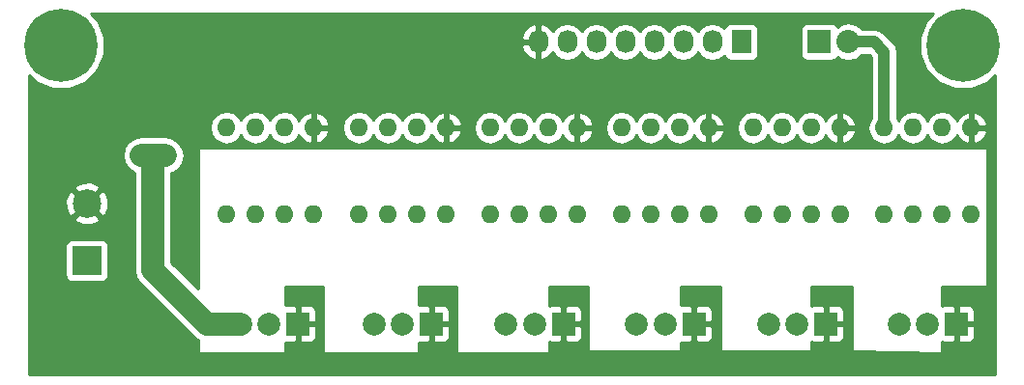
<source format=gbl>
G04 #@! TF.FileFunction,Copper,L2,Bot,Signal*
%FSLAX46Y46*%
G04 Gerber Fmt 4.6, Leading zero omitted, Abs format (unit mm)*
G04 Created by KiCad (PCBNEW 4.0.6+dfsg1-1) date Mon Feb 26 20:00:46 2018*
%MOMM*%
%LPD*%
G01*
G04 APERTURE LIST*
%ADD10C,0.100000*%
%ADD11R,2.000000X2.000000*%
%ADD12C,2.000000*%
%ADD13O,1.600000X1.600000*%
%ADD14R,1.727200X2.032000*%
%ADD15O,1.727200X2.032000*%
%ADD16R,2.032000X2.032000*%
%ADD17O,2.032000X2.032000*%
%ADD18R,2.500000X2.500000*%
%ADD19C,2.500000*%
%ADD20C,6.400000*%
%ADD21C,0.600000*%
%ADD22C,0.500000*%
%ADD23C,2.000000*%
%ADD24C,1.000000*%
%ADD25C,0.254000*%
G04 APERTURE END LIST*
D10*
D11*
X36001960Y5217160D03*
D12*
X33461960Y5217160D03*
X30961960Y5217160D03*
D11*
X58988960Y5217160D03*
D12*
X56448960Y5217160D03*
X53948960Y5217160D03*
D13*
X29651960Y14818360D03*
X32191960Y14818360D03*
X34731960Y14818360D03*
X37271960Y14818360D03*
X37271960Y22438360D03*
X34731960Y22438360D03*
X32191960Y22438360D03*
X29651960Y22438360D03*
X18044160Y14818360D03*
X20584160Y14818360D03*
X23124160Y14818360D03*
X25664160Y14818360D03*
X25664160Y22438360D03*
X23124160Y22438360D03*
X20584160Y22438360D03*
X18044160Y22438360D03*
D11*
X24317960Y5217160D03*
D12*
X21777960Y5217160D03*
X19277960Y5217160D03*
D14*
X63129160Y29956760D03*
D15*
X60589160Y29956760D03*
X58049160Y29956760D03*
X55509160Y29956760D03*
X52969160Y29956760D03*
X50429160Y29956760D03*
X47889160Y29956760D03*
X45349160Y29956760D03*
D11*
X81975960Y5217160D03*
D12*
X79435960Y5217160D03*
X76935960Y5217160D03*
D11*
X70545960Y5217160D03*
D12*
X68005960Y5217160D03*
X65505960Y5217160D03*
D11*
X47558960Y5217160D03*
D12*
X45018960Y5217160D03*
X42518960Y5217160D03*
D13*
X41151160Y14801760D03*
X43691160Y14801760D03*
X46231160Y14801760D03*
X48771160Y14801760D03*
X48771160Y22421760D03*
X46231160Y22421760D03*
X43691160Y22421760D03*
X41151160Y22421760D03*
X52651160Y14801760D03*
X55191160Y14801760D03*
X57731160Y14801760D03*
X60271160Y14801760D03*
X60271160Y22421760D03*
X57731160Y22421760D03*
X55191160Y22421760D03*
X52651160Y22421760D03*
X64151160Y14801760D03*
X66691160Y14801760D03*
X69231160Y14801760D03*
X71771160Y14801760D03*
X71771160Y22421760D03*
X69231160Y22421760D03*
X66691160Y22421760D03*
X64151160Y22421760D03*
X75651160Y14801760D03*
X78191160Y14801760D03*
X80731160Y14801760D03*
X83271160Y14801760D03*
X83271160Y22421760D03*
X80731160Y22421760D03*
X78191160Y22421760D03*
X75651160Y22421760D03*
D16*
X69973960Y29974160D03*
D17*
X72513960Y29974160D03*
D18*
X5826760Y10779760D03*
D19*
X5826760Y15779760D03*
D20*
X3566160Y29677360D03*
D21*
X5966160Y29677360D03*
X5263216Y27980304D03*
X3566160Y27277360D03*
X1869104Y27980304D03*
X1166160Y29677360D03*
X1869104Y31374416D03*
X3566160Y32077360D03*
X5263216Y31374416D03*
D20*
X82560160Y29651960D03*
D21*
X84960160Y29651960D03*
X84257216Y27954904D03*
X82560160Y27251960D03*
X80863104Y27954904D03*
X80160160Y29651960D03*
X80863104Y31349016D03*
X82560160Y32051960D03*
X84257216Y31349016D03*
X12735560Y19974560D03*
X10601960Y20025360D03*
X11617960Y19999960D03*
D22*
X25664160Y22793960D02*
X25664160Y22438360D01*
D23*
X10601960Y20025360D02*
X12684760Y20025360D01*
X12684760Y20025360D02*
X12735560Y19974560D01*
X11617960Y19999960D02*
X10627360Y19999960D01*
X10627360Y19999960D02*
X10601960Y20025360D01*
X19277960Y5217160D02*
X16342360Y5217160D01*
X11617960Y9941560D02*
X11617960Y19999960D01*
X16342360Y5217160D02*
X11617960Y9941560D01*
D24*
X75651160Y22421760D02*
X75651160Y29096960D01*
X74773960Y29974160D02*
X72513960Y29974160D01*
X75651160Y29096960D02*
X74773960Y29974160D01*
D25*
G36*
X79310901Y31827149D02*
X78725827Y30418135D01*
X78724496Y28892478D01*
X79307110Y27482445D01*
X80384971Y26402701D01*
X81793985Y25817627D01*
X83319642Y25816296D01*
X84729675Y26398910D01*
X85363960Y27032089D01*
X85363960Y784160D01*
X783960Y784160D01*
X783960Y12029760D01*
X3929320Y12029760D01*
X3929320Y9529760D01*
X3973598Y9294443D01*
X4112670Y9078319D01*
X4324870Y8933329D01*
X4576760Y8882320D01*
X7076760Y8882320D01*
X7312077Y8926598D01*
X7528201Y9065670D01*
X7673191Y9277870D01*
X7724200Y9529760D01*
X7724200Y12029760D01*
X7679922Y12265077D01*
X7540850Y12481201D01*
X7328650Y12626191D01*
X7076760Y12677200D01*
X4576760Y12677200D01*
X4341443Y12632922D01*
X4125319Y12493850D01*
X3980329Y12281650D01*
X3929320Y12029760D01*
X783960Y12029760D01*
X783960Y14446440D01*
X4673045Y14446440D01*
X4802293Y14153637D01*
X5502566Y13885372D01*
X6252195Y13905510D01*
X6851227Y14153637D01*
X6980475Y14446440D01*
X5826760Y15600155D01*
X4673045Y14446440D01*
X783960Y14446440D01*
X783960Y16103954D01*
X3932372Y16103954D01*
X3952510Y15354325D01*
X4200637Y14755293D01*
X4493440Y14626045D01*
X5647155Y15779760D01*
X6006365Y15779760D01*
X7160080Y14626045D01*
X7452883Y14755293D01*
X7721148Y15455566D01*
X7701010Y16205195D01*
X7452883Y16804227D01*
X7160080Y16933475D01*
X6006365Y15779760D01*
X5647155Y15779760D01*
X4493440Y16933475D01*
X4200637Y16804227D01*
X3932372Y16103954D01*
X783960Y16103954D01*
X783960Y17113080D01*
X4673045Y17113080D01*
X5826760Y15959365D01*
X6980475Y17113080D01*
X6851227Y17405883D01*
X6150954Y17674148D01*
X5401325Y17654010D01*
X4802293Y17405883D01*
X4673045Y17113080D01*
X783960Y17113080D01*
X783960Y20025360D01*
X8966959Y20025360D01*
X9091417Y19399672D01*
X9445840Y18869240D01*
X9471240Y18843840D01*
X9982960Y18501920D01*
X9982960Y9941565D01*
X9982959Y9941560D01*
X10107417Y9315872D01*
X10461840Y8785440D01*
X15186238Y4061043D01*
X15186240Y4061040D01*
X15531619Y3830266D01*
X15554960Y3814670D01*
X15554960Y2804160D01*
X15563645Y2758001D01*
X15590925Y2715607D01*
X15632550Y2687166D01*
X15681960Y2677160D01*
X23047960Y2677160D01*
X23094119Y2685845D01*
X23136513Y2713125D01*
X23164954Y2754750D01*
X23174960Y2804160D01*
X23174960Y3589074D01*
X23191651Y3582160D01*
X24032210Y3582160D01*
X24190960Y3740910D01*
X24190960Y5090160D01*
X24444960Y5090160D01*
X24444960Y3740910D01*
X24603710Y3582160D01*
X25444269Y3582160D01*
X25677658Y3678833D01*
X25856287Y3857461D01*
X25952960Y4090850D01*
X25952960Y4931410D01*
X25794210Y5090160D01*
X24444960Y5090160D01*
X24190960Y5090160D01*
X24170960Y5090160D01*
X24170960Y5344160D01*
X24190960Y5344160D01*
X24190960Y6693410D01*
X24444960Y6693410D01*
X24444960Y5344160D01*
X25794210Y5344160D01*
X25952960Y5502910D01*
X25952960Y6343470D01*
X25856287Y6576859D01*
X25677658Y6755487D01*
X25444269Y6852160D01*
X24603710Y6852160D01*
X24444960Y6693410D01*
X24190960Y6693410D01*
X24032210Y6852160D01*
X23191651Y6852160D01*
X23174960Y6845246D01*
X23174960Y8519160D01*
X26476960Y8519160D01*
X26476960Y2804160D01*
X26485645Y2758001D01*
X26512925Y2715607D01*
X26554550Y2687166D01*
X26603960Y2677160D01*
X34731960Y2677160D01*
X34778119Y2685845D01*
X34820513Y2713125D01*
X34848954Y2754750D01*
X34858960Y2804160D01*
X34858960Y3589074D01*
X34875651Y3582160D01*
X35716210Y3582160D01*
X35874960Y3740910D01*
X35874960Y5090160D01*
X36128960Y5090160D01*
X36128960Y3740910D01*
X36287710Y3582160D01*
X37128269Y3582160D01*
X37361658Y3678833D01*
X37540287Y3857461D01*
X37636960Y4090850D01*
X37636960Y4931410D01*
X37478210Y5090160D01*
X36128960Y5090160D01*
X35874960Y5090160D01*
X35854960Y5090160D01*
X35854960Y5344160D01*
X35874960Y5344160D01*
X35874960Y6693410D01*
X36128960Y6693410D01*
X36128960Y5344160D01*
X37478210Y5344160D01*
X37636960Y5502910D01*
X37636960Y6343470D01*
X37540287Y6576859D01*
X37361658Y6755487D01*
X37128269Y6852160D01*
X36287710Y6852160D01*
X36128960Y6693410D01*
X35874960Y6693410D01*
X35716210Y6852160D01*
X34875651Y6852160D01*
X34858960Y6845246D01*
X34858960Y8519160D01*
X38160960Y8519160D01*
X38160960Y2804160D01*
X38169645Y2758001D01*
X38196925Y2715607D01*
X38238550Y2687166D01*
X38287960Y2677160D01*
X46161960Y2677160D01*
X46208119Y2685845D01*
X46250513Y2713125D01*
X46278954Y2754750D01*
X46288960Y2804160D01*
X46288960Y3641679D01*
X46432651Y3582160D01*
X47273210Y3582160D01*
X47431960Y3740910D01*
X47431960Y5090160D01*
X47685960Y5090160D01*
X47685960Y3740910D01*
X47844710Y3582160D01*
X48685269Y3582160D01*
X48918658Y3678833D01*
X49097287Y3857461D01*
X49193960Y4090850D01*
X49193960Y4931410D01*
X49035210Y5090160D01*
X47685960Y5090160D01*
X47431960Y5090160D01*
X47411960Y5090160D01*
X47411960Y5344160D01*
X47431960Y5344160D01*
X47431960Y6693410D01*
X47685960Y6693410D01*
X47685960Y5344160D01*
X49035210Y5344160D01*
X49193960Y5502910D01*
X49193960Y6343470D01*
X49097287Y6576859D01*
X48918658Y6755487D01*
X48685269Y6852160D01*
X47844710Y6852160D01*
X47685960Y6693410D01*
X47431960Y6693410D01*
X47273210Y6852160D01*
X46432651Y6852160D01*
X46288960Y6792641D01*
X46288960Y8519160D01*
X49717960Y8519160D01*
X49717960Y2931160D01*
X49726645Y2885001D01*
X49753925Y2842607D01*
X49795550Y2814166D01*
X49844960Y2804160D01*
X57718960Y2804160D01*
X57765119Y2812845D01*
X57807513Y2840125D01*
X57835954Y2881750D01*
X57845960Y2931160D01*
X57845960Y3589074D01*
X57862651Y3582160D01*
X58703210Y3582160D01*
X58861960Y3740910D01*
X58861960Y5090160D01*
X59115960Y5090160D01*
X59115960Y3740910D01*
X59274710Y3582160D01*
X60115269Y3582160D01*
X60348658Y3678833D01*
X60527287Y3857461D01*
X60623960Y4090850D01*
X60623960Y4931410D01*
X60465210Y5090160D01*
X59115960Y5090160D01*
X58861960Y5090160D01*
X58841960Y5090160D01*
X58841960Y5344160D01*
X58861960Y5344160D01*
X58861960Y6693410D01*
X59115960Y6693410D01*
X59115960Y5344160D01*
X60465210Y5344160D01*
X60623960Y5502910D01*
X60623960Y6343470D01*
X60527287Y6576859D01*
X60348658Y6755487D01*
X60115269Y6852160D01*
X59274710Y6852160D01*
X59115960Y6693410D01*
X58861960Y6693410D01*
X58703210Y6852160D01*
X57862651Y6852160D01*
X57845960Y6845246D01*
X57845960Y8519160D01*
X61274960Y8519160D01*
X61274960Y2931160D01*
X61283645Y2885001D01*
X61310925Y2842607D01*
X61352550Y2814166D01*
X61401960Y2804160D01*
X69148960Y2804160D01*
X69195119Y2812845D01*
X69237513Y2840125D01*
X69265954Y2881750D01*
X69275960Y2931160D01*
X69275960Y3641679D01*
X69419651Y3582160D01*
X70260210Y3582160D01*
X70418960Y3740910D01*
X70418960Y5090160D01*
X70672960Y5090160D01*
X70672960Y3740910D01*
X70831710Y3582160D01*
X71672269Y3582160D01*
X71905658Y3678833D01*
X72084287Y3857461D01*
X72180960Y4090850D01*
X72180960Y4931410D01*
X72022210Y5090160D01*
X70672960Y5090160D01*
X70418960Y5090160D01*
X70398960Y5090160D01*
X70398960Y5344160D01*
X70418960Y5344160D01*
X70418960Y6693410D01*
X70672960Y6693410D01*
X70672960Y5344160D01*
X72022210Y5344160D01*
X72180960Y5502910D01*
X72180960Y6343470D01*
X72084287Y6576859D01*
X71905658Y6755487D01*
X71672269Y6852160D01*
X70831710Y6852160D01*
X70672960Y6693410D01*
X70418960Y6693410D01*
X70260210Y6852160D01*
X69419651Y6852160D01*
X69275960Y6792641D01*
X69275960Y8519160D01*
X72831960Y8519160D01*
X72831960Y2931160D01*
X72839893Y2886979D01*
X72866462Y2844136D01*
X72907607Y2815005D01*
X72956844Y2804178D01*
X80576844Y2677178D01*
X80625119Y2685845D01*
X80667513Y2713125D01*
X80695954Y2754750D01*
X80705960Y2804160D01*
X80705960Y3641679D01*
X80849651Y3582160D01*
X81690210Y3582160D01*
X81848960Y3740910D01*
X81848960Y5090160D01*
X82102960Y5090160D01*
X82102960Y3740910D01*
X82261710Y3582160D01*
X83102269Y3582160D01*
X83335658Y3678833D01*
X83514287Y3857461D01*
X83610960Y4090850D01*
X83610960Y4931410D01*
X83452210Y5090160D01*
X82102960Y5090160D01*
X81848960Y5090160D01*
X81828960Y5090160D01*
X81828960Y5344160D01*
X81848960Y5344160D01*
X81848960Y6693410D01*
X82102960Y6693410D01*
X82102960Y5344160D01*
X83452210Y5344160D01*
X83610960Y5502910D01*
X83610960Y6343470D01*
X83514287Y6576859D01*
X83335658Y6755487D01*
X83102269Y6852160D01*
X82261710Y6852160D01*
X82102960Y6693410D01*
X81848960Y6693410D01*
X81690210Y6852160D01*
X80849651Y6852160D01*
X80705960Y6792641D01*
X80705960Y8519160D01*
X84515960Y8519160D01*
X84562119Y8527845D01*
X84604513Y8555125D01*
X84632954Y8596750D01*
X84642960Y8646160D01*
X84642960Y14455919D01*
X84706160Y14773647D01*
X84706160Y14829873D01*
X84642960Y15147601D01*
X84642960Y20584160D01*
X84634275Y20630319D01*
X84606995Y20672713D01*
X84565370Y20701154D01*
X84515960Y20711160D01*
X15681960Y20711160D01*
X15635801Y20702475D01*
X15593407Y20675195D01*
X15564966Y20633570D01*
X15554960Y20584160D01*
X15554960Y8316799D01*
X13252960Y10618800D01*
X13252960Y18442477D01*
X13361248Y18464017D01*
X13891680Y18818440D01*
X14246103Y19348872D01*
X14370561Y19974560D01*
X14246103Y20600248D01*
X13891680Y21130680D01*
X13840880Y21181480D01*
X13310448Y21535903D01*
X12684760Y21660361D01*
X12684755Y21660360D01*
X10601965Y21660360D01*
X10601960Y21660361D01*
X9976272Y21535903D01*
X9445840Y21181480D01*
X9091417Y20651048D01*
X8966959Y20025360D01*
X783960Y20025360D01*
X783960Y22466473D01*
X16609160Y22466473D01*
X16609160Y22410247D01*
X16718393Y21861096D01*
X17029462Y21395549D01*
X17495009Y21084480D01*
X18044160Y20975247D01*
X18593311Y21084480D01*
X19058858Y21395549D01*
X19314160Y21777635D01*
X19569462Y21395549D01*
X20035009Y21084480D01*
X20584160Y20975247D01*
X21133311Y21084480D01*
X21598858Y21395549D01*
X21854160Y21777635D01*
X22109462Y21395549D01*
X22575009Y21084480D01*
X23124160Y20975247D01*
X23673311Y21084480D01*
X24138858Y21395549D01*
X24409146Y21800063D01*
X24511771Y21583226D01*
X24926737Y21207319D01*
X25315121Y21046456D01*
X25537160Y21168445D01*
X25537160Y22311360D01*
X25791160Y22311360D01*
X25791160Y21168445D01*
X26013199Y21046456D01*
X26401583Y21207319D01*
X26816549Y21583226D01*
X27056074Y22089319D01*
X26934789Y22311360D01*
X25791160Y22311360D01*
X25537160Y22311360D01*
X25517160Y22311360D01*
X25517160Y22466473D01*
X28216960Y22466473D01*
X28216960Y22410247D01*
X28326193Y21861096D01*
X28637262Y21395549D01*
X29102809Y21084480D01*
X29651960Y20975247D01*
X30201111Y21084480D01*
X30666658Y21395549D01*
X30921960Y21777635D01*
X31177262Y21395549D01*
X31642809Y21084480D01*
X32191960Y20975247D01*
X32741111Y21084480D01*
X33206658Y21395549D01*
X33461960Y21777635D01*
X33717262Y21395549D01*
X34182809Y21084480D01*
X34731960Y20975247D01*
X35281111Y21084480D01*
X35746658Y21395549D01*
X36016946Y21800063D01*
X36119571Y21583226D01*
X36534537Y21207319D01*
X36922921Y21046456D01*
X37144960Y21168445D01*
X37144960Y22311360D01*
X37398960Y22311360D01*
X37398960Y21168445D01*
X37620999Y21046456D01*
X38009383Y21207319D01*
X38424349Y21583226D01*
X38663874Y22089319D01*
X38542589Y22311360D01*
X37398960Y22311360D01*
X37144960Y22311360D01*
X37124960Y22311360D01*
X37124960Y22449873D01*
X39716160Y22449873D01*
X39716160Y22393647D01*
X39825393Y21844496D01*
X40136462Y21378949D01*
X40602009Y21067880D01*
X41151160Y20958647D01*
X41700311Y21067880D01*
X42165858Y21378949D01*
X42421160Y21761035D01*
X42676462Y21378949D01*
X43142009Y21067880D01*
X43691160Y20958647D01*
X44240311Y21067880D01*
X44705858Y21378949D01*
X44961160Y21761035D01*
X45216462Y21378949D01*
X45682009Y21067880D01*
X46231160Y20958647D01*
X46780311Y21067880D01*
X47245858Y21378949D01*
X47516146Y21783463D01*
X47618771Y21566626D01*
X48033737Y21190719D01*
X48422121Y21029856D01*
X48644160Y21151845D01*
X48644160Y22294760D01*
X48898160Y22294760D01*
X48898160Y21151845D01*
X49120199Y21029856D01*
X49508583Y21190719D01*
X49923549Y21566626D01*
X50163074Y22072719D01*
X50041789Y22294760D01*
X48898160Y22294760D01*
X48644160Y22294760D01*
X48624160Y22294760D01*
X48624160Y22449873D01*
X51216160Y22449873D01*
X51216160Y22393647D01*
X51325393Y21844496D01*
X51636462Y21378949D01*
X52102009Y21067880D01*
X52651160Y20958647D01*
X53200311Y21067880D01*
X53665858Y21378949D01*
X53921160Y21761035D01*
X54176462Y21378949D01*
X54642009Y21067880D01*
X55191160Y20958647D01*
X55740311Y21067880D01*
X56205858Y21378949D01*
X56461160Y21761035D01*
X56716462Y21378949D01*
X57182009Y21067880D01*
X57731160Y20958647D01*
X58280311Y21067880D01*
X58745858Y21378949D01*
X59016146Y21783463D01*
X59118771Y21566626D01*
X59533737Y21190719D01*
X59922121Y21029856D01*
X60144160Y21151845D01*
X60144160Y22294760D01*
X60398160Y22294760D01*
X60398160Y21151845D01*
X60620199Y21029856D01*
X61008583Y21190719D01*
X61423549Y21566626D01*
X61663074Y22072719D01*
X61541789Y22294760D01*
X60398160Y22294760D01*
X60144160Y22294760D01*
X60124160Y22294760D01*
X60124160Y22449873D01*
X62716160Y22449873D01*
X62716160Y22393647D01*
X62825393Y21844496D01*
X63136462Y21378949D01*
X63602009Y21067880D01*
X64151160Y20958647D01*
X64700311Y21067880D01*
X65165858Y21378949D01*
X65421160Y21761035D01*
X65676462Y21378949D01*
X66142009Y21067880D01*
X66691160Y20958647D01*
X67240311Y21067880D01*
X67705858Y21378949D01*
X67961160Y21761035D01*
X68216462Y21378949D01*
X68682009Y21067880D01*
X69231160Y20958647D01*
X69780311Y21067880D01*
X70245858Y21378949D01*
X70516146Y21783463D01*
X70618771Y21566626D01*
X71033737Y21190719D01*
X71422121Y21029856D01*
X71644160Y21151845D01*
X71644160Y22294760D01*
X71898160Y22294760D01*
X71898160Y21151845D01*
X72120199Y21029856D01*
X72508583Y21190719D01*
X72923549Y21566626D01*
X73163074Y22072719D01*
X73041789Y22294760D01*
X71898160Y22294760D01*
X71644160Y22294760D01*
X71624160Y22294760D01*
X71624160Y22548760D01*
X71644160Y22548760D01*
X71644160Y23691675D01*
X71898160Y23691675D01*
X71898160Y22548760D01*
X73041789Y22548760D01*
X73163074Y22770801D01*
X72923549Y23276894D01*
X72508583Y23652801D01*
X72120199Y23813664D01*
X71898160Y23691675D01*
X71644160Y23691675D01*
X71422121Y23813664D01*
X71033737Y23652801D01*
X70618771Y23276894D01*
X70516146Y23060057D01*
X70245858Y23464571D01*
X69780311Y23775640D01*
X69231160Y23884873D01*
X68682009Y23775640D01*
X68216462Y23464571D01*
X67961160Y23082485D01*
X67705858Y23464571D01*
X67240311Y23775640D01*
X66691160Y23884873D01*
X66142009Y23775640D01*
X65676462Y23464571D01*
X65421160Y23082485D01*
X65165858Y23464571D01*
X64700311Y23775640D01*
X64151160Y23884873D01*
X63602009Y23775640D01*
X63136462Y23464571D01*
X62825393Y22999024D01*
X62716160Y22449873D01*
X60124160Y22449873D01*
X60124160Y22548760D01*
X60144160Y22548760D01*
X60144160Y23691675D01*
X60398160Y23691675D01*
X60398160Y22548760D01*
X61541789Y22548760D01*
X61663074Y22770801D01*
X61423549Y23276894D01*
X61008583Y23652801D01*
X60620199Y23813664D01*
X60398160Y23691675D01*
X60144160Y23691675D01*
X59922121Y23813664D01*
X59533737Y23652801D01*
X59118771Y23276894D01*
X59016146Y23060057D01*
X58745858Y23464571D01*
X58280311Y23775640D01*
X57731160Y23884873D01*
X57182009Y23775640D01*
X56716462Y23464571D01*
X56461160Y23082485D01*
X56205858Y23464571D01*
X55740311Y23775640D01*
X55191160Y23884873D01*
X54642009Y23775640D01*
X54176462Y23464571D01*
X53921160Y23082485D01*
X53665858Y23464571D01*
X53200311Y23775640D01*
X52651160Y23884873D01*
X52102009Y23775640D01*
X51636462Y23464571D01*
X51325393Y22999024D01*
X51216160Y22449873D01*
X48624160Y22449873D01*
X48624160Y22548760D01*
X48644160Y22548760D01*
X48644160Y23691675D01*
X48898160Y23691675D01*
X48898160Y22548760D01*
X50041789Y22548760D01*
X50163074Y22770801D01*
X49923549Y23276894D01*
X49508583Y23652801D01*
X49120199Y23813664D01*
X48898160Y23691675D01*
X48644160Y23691675D01*
X48422121Y23813664D01*
X48033737Y23652801D01*
X47618771Y23276894D01*
X47516146Y23060057D01*
X47245858Y23464571D01*
X46780311Y23775640D01*
X46231160Y23884873D01*
X45682009Y23775640D01*
X45216462Y23464571D01*
X44961160Y23082485D01*
X44705858Y23464571D01*
X44240311Y23775640D01*
X43691160Y23884873D01*
X43142009Y23775640D01*
X42676462Y23464571D01*
X42421160Y23082485D01*
X42165858Y23464571D01*
X41700311Y23775640D01*
X41151160Y23884873D01*
X40602009Y23775640D01*
X40136462Y23464571D01*
X39825393Y22999024D01*
X39716160Y22449873D01*
X37124960Y22449873D01*
X37124960Y22565360D01*
X37144960Y22565360D01*
X37144960Y23708275D01*
X37398960Y23708275D01*
X37398960Y22565360D01*
X38542589Y22565360D01*
X38663874Y22787401D01*
X38424349Y23293494D01*
X38009383Y23669401D01*
X37620999Y23830264D01*
X37398960Y23708275D01*
X37144960Y23708275D01*
X36922921Y23830264D01*
X36534537Y23669401D01*
X36119571Y23293494D01*
X36016946Y23076657D01*
X35746658Y23481171D01*
X35281111Y23792240D01*
X34731960Y23901473D01*
X34182809Y23792240D01*
X33717262Y23481171D01*
X33461960Y23099085D01*
X33206658Y23481171D01*
X32741111Y23792240D01*
X32191960Y23901473D01*
X31642809Y23792240D01*
X31177262Y23481171D01*
X30921960Y23099085D01*
X30666658Y23481171D01*
X30201111Y23792240D01*
X29651960Y23901473D01*
X29102809Y23792240D01*
X28637262Y23481171D01*
X28326193Y23015624D01*
X28216960Y22466473D01*
X25517160Y22466473D01*
X25517160Y22565360D01*
X25537160Y22565360D01*
X25537160Y23708275D01*
X25791160Y23708275D01*
X25791160Y22565360D01*
X26934789Y22565360D01*
X27056074Y22787401D01*
X26816549Y23293494D01*
X26401583Y23669401D01*
X26013199Y23830264D01*
X25791160Y23708275D01*
X25537160Y23708275D01*
X25315121Y23830264D01*
X24926737Y23669401D01*
X24511771Y23293494D01*
X24409146Y23076657D01*
X24138858Y23481171D01*
X23673311Y23792240D01*
X23124160Y23901473D01*
X22575009Y23792240D01*
X22109462Y23481171D01*
X21854160Y23099085D01*
X21598858Y23481171D01*
X21133311Y23792240D01*
X20584160Y23901473D01*
X20035009Y23792240D01*
X19569462Y23481171D01*
X19314160Y23099085D01*
X19058858Y23481171D01*
X18593311Y23792240D01*
X18044160Y23901473D01*
X17495009Y23792240D01*
X17029462Y23481171D01*
X16718393Y23015624D01*
X16609160Y22466473D01*
X783960Y22466473D01*
X783960Y27036172D01*
X1390971Y26428101D01*
X2799985Y25843027D01*
X4325642Y25841696D01*
X5735675Y26424310D01*
X6815419Y27502171D01*
X7400493Y28911185D01*
X7401089Y29594847D01*
X43863976Y29594847D01*
X44057206Y29042440D01*
X44447124Y28606028D01*
X44974369Y28352051D01*
X44990134Y28349402D01*
X45222160Y28470543D01*
X45222160Y29829760D01*
X44008236Y29829760D01*
X43863976Y29594847D01*
X7401089Y29594847D01*
X7401720Y30318673D01*
X43863976Y30318673D01*
X44008236Y30083760D01*
X45222160Y30083760D01*
X45222160Y31442977D01*
X45476160Y31442977D01*
X45476160Y30083760D01*
X45496160Y30083760D01*
X45496160Y29829760D01*
X45476160Y29829760D01*
X45476160Y28470543D01*
X45708186Y28349402D01*
X45723951Y28352051D01*
X46251196Y28606028D01*
X46622699Y29021829D01*
X46829490Y28712345D01*
X47315671Y28387489D01*
X47889160Y28273415D01*
X48462649Y28387489D01*
X48948830Y28712345D01*
X49159160Y29027126D01*
X49369490Y28712345D01*
X49855671Y28387489D01*
X50429160Y28273415D01*
X51002649Y28387489D01*
X51488830Y28712345D01*
X51699160Y29027126D01*
X51909490Y28712345D01*
X52395671Y28387489D01*
X52969160Y28273415D01*
X53542649Y28387489D01*
X54028830Y28712345D01*
X54239160Y29027126D01*
X54449490Y28712345D01*
X54935671Y28387489D01*
X55509160Y28273415D01*
X56082649Y28387489D01*
X56568830Y28712345D01*
X56779160Y29027126D01*
X56989490Y28712345D01*
X57475671Y28387489D01*
X58049160Y28273415D01*
X58622649Y28387489D01*
X59108830Y28712345D01*
X59319160Y29027126D01*
X59529490Y28712345D01*
X60015671Y28387489D01*
X60589160Y28273415D01*
X61162649Y28387489D01*
X61648830Y28712345D01*
X61658403Y28726673D01*
X61662398Y28705443D01*
X61801470Y28489319D01*
X62013670Y28344329D01*
X62265560Y28293320D01*
X63992760Y28293320D01*
X64228077Y28337598D01*
X64444201Y28476670D01*
X64589191Y28688870D01*
X64640200Y28940760D01*
X64640200Y30972760D01*
X64636926Y30990160D01*
X68310520Y30990160D01*
X68310520Y28958160D01*
X68354798Y28722843D01*
X68493870Y28506719D01*
X68706070Y28361729D01*
X68957960Y28310720D01*
X70989960Y28310720D01*
X71225277Y28354998D01*
X71441401Y28494070D01*
X71543158Y28642997D01*
X71882150Y28416490D01*
X72513960Y28290815D01*
X73145770Y28416490D01*
X73681393Y28774382D01*
X73724676Y28839160D01*
X74303828Y28839160D01*
X74516160Y28626828D01*
X74516160Y23284527D01*
X74325393Y22999024D01*
X74216160Y22449873D01*
X74216160Y22393647D01*
X74325393Y21844496D01*
X74636462Y21378949D01*
X75102009Y21067880D01*
X75651160Y20958647D01*
X76200311Y21067880D01*
X76665858Y21378949D01*
X76921160Y21761035D01*
X77176462Y21378949D01*
X77642009Y21067880D01*
X78191160Y20958647D01*
X78740311Y21067880D01*
X79205858Y21378949D01*
X79461160Y21761035D01*
X79716462Y21378949D01*
X80182009Y21067880D01*
X80731160Y20958647D01*
X81280311Y21067880D01*
X81745858Y21378949D01*
X82016146Y21783463D01*
X82118771Y21566626D01*
X82533737Y21190719D01*
X82922121Y21029856D01*
X83144160Y21151845D01*
X83144160Y22294760D01*
X83398160Y22294760D01*
X83398160Y21151845D01*
X83620199Y21029856D01*
X84008583Y21190719D01*
X84423549Y21566626D01*
X84663074Y22072719D01*
X84541789Y22294760D01*
X83398160Y22294760D01*
X83144160Y22294760D01*
X83124160Y22294760D01*
X83124160Y22548760D01*
X83144160Y22548760D01*
X83144160Y23691675D01*
X83398160Y23691675D01*
X83398160Y22548760D01*
X84541789Y22548760D01*
X84663074Y22770801D01*
X84423549Y23276894D01*
X84008583Y23652801D01*
X83620199Y23813664D01*
X83398160Y23691675D01*
X83144160Y23691675D01*
X82922121Y23813664D01*
X82533737Y23652801D01*
X82118771Y23276894D01*
X82016146Y23060057D01*
X81745858Y23464571D01*
X81280311Y23775640D01*
X80731160Y23884873D01*
X80182009Y23775640D01*
X79716462Y23464571D01*
X79461160Y23082485D01*
X79205858Y23464571D01*
X78740311Y23775640D01*
X78191160Y23884873D01*
X77642009Y23775640D01*
X77176462Y23464571D01*
X76921160Y23082485D01*
X76786160Y23284527D01*
X76786160Y29096960D01*
X76699763Y29531306D01*
X76453726Y29899526D01*
X75576526Y30776726D01*
X75435315Y30871080D01*
X75208306Y31022763D01*
X74773960Y31109160D01*
X73724676Y31109160D01*
X73681393Y31173938D01*
X73145770Y31531830D01*
X72513960Y31657505D01*
X71882150Y31531830D01*
X71542168Y31304661D01*
X71454050Y31441601D01*
X71241850Y31586591D01*
X70989960Y31637600D01*
X68957960Y31637600D01*
X68722643Y31593322D01*
X68506519Y31454250D01*
X68361529Y31242050D01*
X68310520Y30990160D01*
X64636926Y30990160D01*
X64595922Y31208077D01*
X64456850Y31424201D01*
X64244650Y31569191D01*
X63992760Y31620200D01*
X62265560Y31620200D01*
X62030243Y31575922D01*
X61814119Y31436850D01*
X61669129Y31224650D01*
X61660760Y31183321D01*
X61648830Y31201175D01*
X61162649Y31526031D01*
X60589160Y31640105D01*
X60015671Y31526031D01*
X59529490Y31201175D01*
X59319160Y30886394D01*
X59108830Y31201175D01*
X58622649Y31526031D01*
X58049160Y31640105D01*
X57475671Y31526031D01*
X56989490Y31201175D01*
X56779160Y30886394D01*
X56568830Y31201175D01*
X56082649Y31526031D01*
X55509160Y31640105D01*
X54935671Y31526031D01*
X54449490Y31201175D01*
X54239160Y30886394D01*
X54028830Y31201175D01*
X53542649Y31526031D01*
X52969160Y31640105D01*
X52395671Y31526031D01*
X51909490Y31201175D01*
X51699160Y30886394D01*
X51488830Y31201175D01*
X51002649Y31526031D01*
X50429160Y31640105D01*
X49855671Y31526031D01*
X49369490Y31201175D01*
X49159160Y30886394D01*
X48948830Y31201175D01*
X48462649Y31526031D01*
X47889160Y31640105D01*
X47315671Y31526031D01*
X46829490Y31201175D01*
X46622699Y30891691D01*
X46251196Y31307492D01*
X45723951Y31561469D01*
X45708186Y31564118D01*
X45476160Y31442977D01*
X45222160Y31442977D01*
X44990134Y31564118D01*
X44974369Y31561469D01*
X44447124Y31307492D01*
X44057206Y30871080D01*
X43863976Y30318673D01*
X7401720Y30318673D01*
X7401824Y30436842D01*
X6819210Y31846875D01*
X6203002Y32464160D01*
X79949025Y32464160D01*
X79310901Y31827149D01*
X79310901Y31827149D01*
G37*
X79310901Y31827149D02*
X78725827Y30418135D01*
X78724496Y28892478D01*
X79307110Y27482445D01*
X80384971Y26402701D01*
X81793985Y25817627D01*
X83319642Y25816296D01*
X84729675Y26398910D01*
X85363960Y27032089D01*
X85363960Y784160D01*
X783960Y784160D01*
X783960Y12029760D01*
X3929320Y12029760D01*
X3929320Y9529760D01*
X3973598Y9294443D01*
X4112670Y9078319D01*
X4324870Y8933329D01*
X4576760Y8882320D01*
X7076760Y8882320D01*
X7312077Y8926598D01*
X7528201Y9065670D01*
X7673191Y9277870D01*
X7724200Y9529760D01*
X7724200Y12029760D01*
X7679922Y12265077D01*
X7540850Y12481201D01*
X7328650Y12626191D01*
X7076760Y12677200D01*
X4576760Y12677200D01*
X4341443Y12632922D01*
X4125319Y12493850D01*
X3980329Y12281650D01*
X3929320Y12029760D01*
X783960Y12029760D01*
X783960Y14446440D01*
X4673045Y14446440D01*
X4802293Y14153637D01*
X5502566Y13885372D01*
X6252195Y13905510D01*
X6851227Y14153637D01*
X6980475Y14446440D01*
X5826760Y15600155D01*
X4673045Y14446440D01*
X783960Y14446440D01*
X783960Y16103954D01*
X3932372Y16103954D01*
X3952510Y15354325D01*
X4200637Y14755293D01*
X4493440Y14626045D01*
X5647155Y15779760D01*
X6006365Y15779760D01*
X7160080Y14626045D01*
X7452883Y14755293D01*
X7721148Y15455566D01*
X7701010Y16205195D01*
X7452883Y16804227D01*
X7160080Y16933475D01*
X6006365Y15779760D01*
X5647155Y15779760D01*
X4493440Y16933475D01*
X4200637Y16804227D01*
X3932372Y16103954D01*
X783960Y16103954D01*
X783960Y17113080D01*
X4673045Y17113080D01*
X5826760Y15959365D01*
X6980475Y17113080D01*
X6851227Y17405883D01*
X6150954Y17674148D01*
X5401325Y17654010D01*
X4802293Y17405883D01*
X4673045Y17113080D01*
X783960Y17113080D01*
X783960Y20025360D01*
X8966959Y20025360D01*
X9091417Y19399672D01*
X9445840Y18869240D01*
X9471240Y18843840D01*
X9982960Y18501920D01*
X9982960Y9941565D01*
X9982959Y9941560D01*
X10107417Y9315872D01*
X10461840Y8785440D01*
X15186238Y4061043D01*
X15186240Y4061040D01*
X15531619Y3830266D01*
X15554960Y3814670D01*
X15554960Y2804160D01*
X15563645Y2758001D01*
X15590925Y2715607D01*
X15632550Y2687166D01*
X15681960Y2677160D01*
X23047960Y2677160D01*
X23094119Y2685845D01*
X23136513Y2713125D01*
X23164954Y2754750D01*
X23174960Y2804160D01*
X23174960Y3589074D01*
X23191651Y3582160D01*
X24032210Y3582160D01*
X24190960Y3740910D01*
X24190960Y5090160D01*
X24444960Y5090160D01*
X24444960Y3740910D01*
X24603710Y3582160D01*
X25444269Y3582160D01*
X25677658Y3678833D01*
X25856287Y3857461D01*
X25952960Y4090850D01*
X25952960Y4931410D01*
X25794210Y5090160D01*
X24444960Y5090160D01*
X24190960Y5090160D01*
X24170960Y5090160D01*
X24170960Y5344160D01*
X24190960Y5344160D01*
X24190960Y6693410D01*
X24444960Y6693410D01*
X24444960Y5344160D01*
X25794210Y5344160D01*
X25952960Y5502910D01*
X25952960Y6343470D01*
X25856287Y6576859D01*
X25677658Y6755487D01*
X25444269Y6852160D01*
X24603710Y6852160D01*
X24444960Y6693410D01*
X24190960Y6693410D01*
X24032210Y6852160D01*
X23191651Y6852160D01*
X23174960Y6845246D01*
X23174960Y8519160D01*
X26476960Y8519160D01*
X26476960Y2804160D01*
X26485645Y2758001D01*
X26512925Y2715607D01*
X26554550Y2687166D01*
X26603960Y2677160D01*
X34731960Y2677160D01*
X34778119Y2685845D01*
X34820513Y2713125D01*
X34848954Y2754750D01*
X34858960Y2804160D01*
X34858960Y3589074D01*
X34875651Y3582160D01*
X35716210Y3582160D01*
X35874960Y3740910D01*
X35874960Y5090160D01*
X36128960Y5090160D01*
X36128960Y3740910D01*
X36287710Y3582160D01*
X37128269Y3582160D01*
X37361658Y3678833D01*
X37540287Y3857461D01*
X37636960Y4090850D01*
X37636960Y4931410D01*
X37478210Y5090160D01*
X36128960Y5090160D01*
X35874960Y5090160D01*
X35854960Y5090160D01*
X35854960Y5344160D01*
X35874960Y5344160D01*
X35874960Y6693410D01*
X36128960Y6693410D01*
X36128960Y5344160D01*
X37478210Y5344160D01*
X37636960Y5502910D01*
X37636960Y6343470D01*
X37540287Y6576859D01*
X37361658Y6755487D01*
X37128269Y6852160D01*
X36287710Y6852160D01*
X36128960Y6693410D01*
X35874960Y6693410D01*
X35716210Y6852160D01*
X34875651Y6852160D01*
X34858960Y6845246D01*
X34858960Y8519160D01*
X38160960Y8519160D01*
X38160960Y2804160D01*
X38169645Y2758001D01*
X38196925Y2715607D01*
X38238550Y2687166D01*
X38287960Y2677160D01*
X46161960Y2677160D01*
X46208119Y2685845D01*
X46250513Y2713125D01*
X46278954Y2754750D01*
X46288960Y2804160D01*
X46288960Y3641679D01*
X46432651Y3582160D01*
X47273210Y3582160D01*
X47431960Y3740910D01*
X47431960Y5090160D01*
X47685960Y5090160D01*
X47685960Y3740910D01*
X47844710Y3582160D01*
X48685269Y3582160D01*
X48918658Y3678833D01*
X49097287Y3857461D01*
X49193960Y4090850D01*
X49193960Y4931410D01*
X49035210Y5090160D01*
X47685960Y5090160D01*
X47431960Y5090160D01*
X47411960Y5090160D01*
X47411960Y5344160D01*
X47431960Y5344160D01*
X47431960Y6693410D01*
X47685960Y6693410D01*
X47685960Y5344160D01*
X49035210Y5344160D01*
X49193960Y5502910D01*
X49193960Y6343470D01*
X49097287Y6576859D01*
X48918658Y6755487D01*
X48685269Y6852160D01*
X47844710Y6852160D01*
X47685960Y6693410D01*
X47431960Y6693410D01*
X47273210Y6852160D01*
X46432651Y6852160D01*
X46288960Y6792641D01*
X46288960Y8519160D01*
X49717960Y8519160D01*
X49717960Y2931160D01*
X49726645Y2885001D01*
X49753925Y2842607D01*
X49795550Y2814166D01*
X49844960Y2804160D01*
X57718960Y2804160D01*
X57765119Y2812845D01*
X57807513Y2840125D01*
X57835954Y2881750D01*
X57845960Y2931160D01*
X57845960Y3589074D01*
X57862651Y3582160D01*
X58703210Y3582160D01*
X58861960Y3740910D01*
X58861960Y5090160D01*
X59115960Y5090160D01*
X59115960Y3740910D01*
X59274710Y3582160D01*
X60115269Y3582160D01*
X60348658Y3678833D01*
X60527287Y3857461D01*
X60623960Y4090850D01*
X60623960Y4931410D01*
X60465210Y5090160D01*
X59115960Y5090160D01*
X58861960Y5090160D01*
X58841960Y5090160D01*
X58841960Y5344160D01*
X58861960Y5344160D01*
X58861960Y6693410D01*
X59115960Y6693410D01*
X59115960Y5344160D01*
X60465210Y5344160D01*
X60623960Y5502910D01*
X60623960Y6343470D01*
X60527287Y6576859D01*
X60348658Y6755487D01*
X60115269Y6852160D01*
X59274710Y6852160D01*
X59115960Y6693410D01*
X58861960Y6693410D01*
X58703210Y6852160D01*
X57862651Y6852160D01*
X57845960Y6845246D01*
X57845960Y8519160D01*
X61274960Y8519160D01*
X61274960Y2931160D01*
X61283645Y2885001D01*
X61310925Y2842607D01*
X61352550Y2814166D01*
X61401960Y2804160D01*
X69148960Y2804160D01*
X69195119Y2812845D01*
X69237513Y2840125D01*
X69265954Y2881750D01*
X69275960Y2931160D01*
X69275960Y3641679D01*
X69419651Y3582160D01*
X70260210Y3582160D01*
X70418960Y3740910D01*
X70418960Y5090160D01*
X70672960Y5090160D01*
X70672960Y3740910D01*
X70831710Y3582160D01*
X71672269Y3582160D01*
X71905658Y3678833D01*
X72084287Y3857461D01*
X72180960Y4090850D01*
X72180960Y4931410D01*
X72022210Y5090160D01*
X70672960Y5090160D01*
X70418960Y5090160D01*
X70398960Y5090160D01*
X70398960Y5344160D01*
X70418960Y5344160D01*
X70418960Y6693410D01*
X70672960Y6693410D01*
X70672960Y5344160D01*
X72022210Y5344160D01*
X72180960Y5502910D01*
X72180960Y6343470D01*
X72084287Y6576859D01*
X71905658Y6755487D01*
X71672269Y6852160D01*
X70831710Y6852160D01*
X70672960Y6693410D01*
X70418960Y6693410D01*
X70260210Y6852160D01*
X69419651Y6852160D01*
X69275960Y6792641D01*
X69275960Y8519160D01*
X72831960Y8519160D01*
X72831960Y2931160D01*
X72839893Y2886979D01*
X72866462Y2844136D01*
X72907607Y2815005D01*
X72956844Y2804178D01*
X80576844Y2677178D01*
X80625119Y2685845D01*
X80667513Y2713125D01*
X80695954Y2754750D01*
X80705960Y2804160D01*
X80705960Y3641679D01*
X80849651Y3582160D01*
X81690210Y3582160D01*
X81848960Y3740910D01*
X81848960Y5090160D01*
X82102960Y5090160D01*
X82102960Y3740910D01*
X82261710Y3582160D01*
X83102269Y3582160D01*
X83335658Y3678833D01*
X83514287Y3857461D01*
X83610960Y4090850D01*
X83610960Y4931410D01*
X83452210Y5090160D01*
X82102960Y5090160D01*
X81848960Y5090160D01*
X81828960Y5090160D01*
X81828960Y5344160D01*
X81848960Y5344160D01*
X81848960Y6693410D01*
X82102960Y6693410D01*
X82102960Y5344160D01*
X83452210Y5344160D01*
X83610960Y5502910D01*
X83610960Y6343470D01*
X83514287Y6576859D01*
X83335658Y6755487D01*
X83102269Y6852160D01*
X82261710Y6852160D01*
X82102960Y6693410D01*
X81848960Y6693410D01*
X81690210Y6852160D01*
X80849651Y6852160D01*
X80705960Y6792641D01*
X80705960Y8519160D01*
X84515960Y8519160D01*
X84562119Y8527845D01*
X84604513Y8555125D01*
X84632954Y8596750D01*
X84642960Y8646160D01*
X84642960Y14455919D01*
X84706160Y14773647D01*
X84706160Y14829873D01*
X84642960Y15147601D01*
X84642960Y20584160D01*
X84634275Y20630319D01*
X84606995Y20672713D01*
X84565370Y20701154D01*
X84515960Y20711160D01*
X15681960Y20711160D01*
X15635801Y20702475D01*
X15593407Y20675195D01*
X15564966Y20633570D01*
X15554960Y20584160D01*
X15554960Y8316799D01*
X13252960Y10618800D01*
X13252960Y18442477D01*
X13361248Y18464017D01*
X13891680Y18818440D01*
X14246103Y19348872D01*
X14370561Y19974560D01*
X14246103Y20600248D01*
X13891680Y21130680D01*
X13840880Y21181480D01*
X13310448Y21535903D01*
X12684760Y21660361D01*
X12684755Y21660360D01*
X10601965Y21660360D01*
X10601960Y21660361D01*
X9976272Y21535903D01*
X9445840Y21181480D01*
X9091417Y20651048D01*
X8966959Y20025360D01*
X783960Y20025360D01*
X783960Y22466473D01*
X16609160Y22466473D01*
X16609160Y22410247D01*
X16718393Y21861096D01*
X17029462Y21395549D01*
X17495009Y21084480D01*
X18044160Y20975247D01*
X18593311Y21084480D01*
X19058858Y21395549D01*
X19314160Y21777635D01*
X19569462Y21395549D01*
X20035009Y21084480D01*
X20584160Y20975247D01*
X21133311Y21084480D01*
X21598858Y21395549D01*
X21854160Y21777635D01*
X22109462Y21395549D01*
X22575009Y21084480D01*
X23124160Y20975247D01*
X23673311Y21084480D01*
X24138858Y21395549D01*
X24409146Y21800063D01*
X24511771Y21583226D01*
X24926737Y21207319D01*
X25315121Y21046456D01*
X25537160Y21168445D01*
X25537160Y22311360D01*
X25791160Y22311360D01*
X25791160Y21168445D01*
X26013199Y21046456D01*
X26401583Y21207319D01*
X26816549Y21583226D01*
X27056074Y22089319D01*
X26934789Y22311360D01*
X25791160Y22311360D01*
X25537160Y22311360D01*
X25517160Y22311360D01*
X25517160Y22466473D01*
X28216960Y22466473D01*
X28216960Y22410247D01*
X28326193Y21861096D01*
X28637262Y21395549D01*
X29102809Y21084480D01*
X29651960Y20975247D01*
X30201111Y21084480D01*
X30666658Y21395549D01*
X30921960Y21777635D01*
X31177262Y21395549D01*
X31642809Y21084480D01*
X32191960Y20975247D01*
X32741111Y21084480D01*
X33206658Y21395549D01*
X33461960Y21777635D01*
X33717262Y21395549D01*
X34182809Y21084480D01*
X34731960Y20975247D01*
X35281111Y21084480D01*
X35746658Y21395549D01*
X36016946Y21800063D01*
X36119571Y21583226D01*
X36534537Y21207319D01*
X36922921Y21046456D01*
X37144960Y21168445D01*
X37144960Y22311360D01*
X37398960Y22311360D01*
X37398960Y21168445D01*
X37620999Y21046456D01*
X38009383Y21207319D01*
X38424349Y21583226D01*
X38663874Y22089319D01*
X38542589Y22311360D01*
X37398960Y22311360D01*
X37144960Y22311360D01*
X37124960Y22311360D01*
X37124960Y22449873D01*
X39716160Y22449873D01*
X39716160Y22393647D01*
X39825393Y21844496D01*
X40136462Y21378949D01*
X40602009Y21067880D01*
X41151160Y20958647D01*
X41700311Y21067880D01*
X42165858Y21378949D01*
X42421160Y21761035D01*
X42676462Y21378949D01*
X43142009Y21067880D01*
X43691160Y20958647D01*
X44240311Y21067880D01*
X44705858Y21378949D01*
X44961160Y21761035D01*
X45216462Y21378949D01*
X45682009Y21067880D01*
X46231160Y20958647D01*
X46780311Y21067880D01*
X47245858Y21378949D01*
X47516146Y21783463D01*
X47618771Y21566626D01*
X48033737Y21190719D01*
X48422121Y21029856D01*
X48644160Y21151845D01*
X48644160Y22294760D01*
X48898160Y22294760D01*
X48898160Y21151845D01*
X49120199Y21029856D01*
X49508583Y21190719D01*
X49923549Y21566626D01*
X50163074Y22072719D01*
X50041789Y22294760D01*
X48898160Y22294760D01*
X48644160Y22294760D01*
X48624160Y22294760D01*
X48624160Y22449873D01*
X51216160Y22449873D01*
X51216160Y22393647D01*
X51325393Y21844496D01*
X51636462Y21378949D01*
X52102009Y21067880D01*
X52651160Y20958647D01*
X53200311Y21067880D01*
X53665858Y21378949D01*
X53921160Y21761035D01*
X54176462Y21378949D01*
X54642009Y21067880D01*
X55191160Y20958647D01*
X55740311Y21067880D01*
X56205858Y21378949D01*
X56461160Y21761035D01*
X56716462Y21378949D01*
X57182009Y21067880D01*
X57731160Y20958647D01*
X58280311Y21067880D01*
X58745858Y21378949D01*
X59016146Y21783463D01*
X59118771Y21566626D01*
X59533737Y21190719D01*
X59922121Y21029856D01*
X60144160Y21151845D01*
X60144160Y22294760D01*
X60398160Y22294760D01*
X60398160Y21151845D01*
X60620199Y21029856D01*
X61008583Y21190719D01*
X61423549Y21566626D01*
X61663074Y22072719D01*
X61541789Y22294760D01*
X60398160Y22294760D01*
X60144160Y22294760D01*
X60124160Y22294760D01*
X60124160Y22449873D01*
X62716160Y22449873D01*
X62716160Y22393647D01*
X62825393Y21844496D01*
X63136462Y21378949D01*
X63602009Y21067880D01*
X64151160Y20958647D01*
X64700311Y21067880D01*
X65165858Y21378949D01*
X65421160Y21761035D01*
X65676462Y21378949D01*
X66142009Y21067880D01*
X66691160Y20958647D01*
X67240311Y21067880D01*
X67705858Y21378949D01*
X67961160Y21761035D01*
X68216462Y21378949D01*
X68682009Y21067880D01*
X69231160Y20958647D01*
X69780311Y21067880D01*
X70245858Y21378949D01*
X70516146Y21783463D01*
X70618771Y21566626D01*
X71033737Y21190719D01*
X71422121Y21029856D01*
X71644160Y21151845D01*
X71644160Y22294760D01*
X71898160Y22294760D01*
X71898160Y21151845D01*
X72120199Y21029856D01*
X72508583Y21190719D01*
X72923549Y21566626D01*
X73163074Y22072719D01*
X73041789Y22294760D01*
X71898160Y22294760D01*
X71644160Y22294760D01*
X71624160Y22294760D01*
X71624160Y22548760D01*
X71644160Y22548760D01*
X71644160Y23691675D01*
X71898160Y23691675D01*
X71898160Y22548760D01*
X73041789Y22548760D01*
X73163074Y22770801D01*
X72923549Y23276894D01*
X72508583Y23652801D01*
X72120199Y23813664D01*
X71898160Y23691675D01*
X71644160Y23691675D01*
X71422121Y23813664D01*
X71033737Y23652801D01*
X70618771Y23276894D01*
X70516146Y23060057D01*
X70245858Y23464571D01*
X69780311Y23775640D01*
X69231160Y23884873D01*
X68682009Y23775640D01*
X68216462Y23464571D01*
X67961160Y23082485D01*
X67705858Y23464571D01*
X67240311Y23775640D01*
X66691160Y23884873D01*
X66142009Y23775640D01*
X65676462Y23464571D01*
X65421160Y23082485D01*
X65165858Y23464571D01*
X64700311Y23775640D01*
X64151160Y23884873D01*
X63602009Y23775640D01*
X63136462Y23464571D01*
X62825393Y22999024D01*
X62716160Y22449873D01*
X60124160Y22449873D01*
X60124160Y22548760D01*
X60144160Y22548760D01*
X60144160Y23691675D01*
X60398160Y23691675D01*
X60398160Y22548760D01*
X61541789Y22548760D01*
X61663074Y22770801D01*
X61423549Y23276894D01*
X61008583Y23652801D01*
X60620199Y23813664D01*
X60398160Y23691675D01*
X60144160Y23691675D01*
X59922121Y23813664D01*
X59533737Y23652801D01*
X59118771Y23276894D01*
X59016146Y23060057D01*
X58745858Y23464571D01*
X58280311Y23775640D01*
X57731160Y23884873D01*
X57182009Y23775640D01*
X56716462Y23464571D01*
X56461160Y23082485D01*
X56205858Y23464571D01*
X55740311Y23775640D01*
X55191160Y23884873D01*
X54642009Y23775640D01*
X54176462Y23464571D01*
X53921160Y23082485D01*
X53665858Y23464571D01*
X53200311Y23775640D01*
X52651160Y23884873D01*
X52102009Y23775640D01*
X51636462Y23464571D01*
X51325393Y22999024D01*
X51216160Y22449873D01*
X48624160Y22449873D01*
X48624160Y22548760D01*
X48644160Y22548760D01*
X48644160Y23691675D01*
X48898160Y23691675D01*
X48898160Y22548760D01*
X50041789Y22548760D01*
X50163074Y22770801D01*
X49923549Y23276894D01*
X49508583Y23652801D01*
X49120199Y23813664D01*
X48898160Y23691675D01*
X48644160Y23691675D01*
X48422121Y23813664D01*
X48033737Y23652801D01*
X47618771Y23276894D01*
X47516146Y23060057D01*
X47245858Y23464571D01*
X46780311Y23775640D01*
X46231160Y23884873D01*
X45682009Y23775640D01*
X45216462Y23464571D01*
X44961160Y23082485D01*
X44705858Y23464571D01*
X44240311Y23775640D01*
X43691160Y23884873D01*
X43142009Y23775640D01*
X42676462Y23464571D01*
X42421160Y23082485D01*
X42165858Y23464571D01*
X41700311Y23775640D01*
X41151160Y23884873D01*
X40602009Y23775640D01*
X40136462Y23464571D01*
X39825393Y22999024D01*
X39716160Y22449873D01*
X37124960Y22449873D01*
X37124960Y22565360D01*
X37144960Y22565360D01*
X37144960Y23708275D01*
X37398960Y23708275D01*
X37398960Y22565360D01*
X38542589Y22565360D01*
X38663874Y22787401D01*
X38424349Y23293494D01*
X38009383Y23669401D01*
X37620999Y23830264D01*
X37398960Y23708275D01*
X37144960Y23708275D01*
X36922921Y23830264D01*
X36534537Y23669401D01*
X36119571Y23293494D01*
X36016946Y23076657D01*
X35746658Y23481171D01*
X35281111Y23792240D01*
X34731960Y23901473D01*
X34182809Y23792240D01*
X33717262Y23481171D01*
X33461960Y23099085D01*
X33206658Y23481171D01*
X32741111Y23792240D01*
X32191960Y23901473D01*
X31642809Y23792240D01*
X31177262Y23481171D01*
X30921960Y23099085D01*
X30666658Y23481171D01*
X30201111Y23792240D01*
X29651960Y23901473D01*
X29102809Y23792240D01*
X28637262Y23481171D01*
X28326193Y23015624D01*
X28216960Y22466473D01*
X25517160Y22466473D01*
X25517160Y22565360D01*
X25537160Y22565360D01*
X25537160Y23708275D01*
X25791160Y23708275D01*
X25791160Y22565360D01*
X26934789Y22565360D01*
X27056074Y22787401D01*
X26816549Y23293494D01*
X26401583Y23669401D01*
X26013199Y23830264D01*
X25791160Y23708275D01*
X25537160Y23708275D01*
X25315121Y23830264D01*
X24926737Y23669401D01*
X24511771Y23293494D01*
X24409146Y23076657D01*
X24138858Y23481171D01*
X23673311Y23792240D01*
X23124160Y23901473D01*
X22575009Y23792240D01*
X22109462Y23481171D01*
X21854160Y23099085D01*
X21598858Y23481171D01*
X21133311Y23792240D01*
X20584160Y23901473D01*
X20035009Y23792240D01*
X19569462Y23481171D01*
X19314160Y23099085D01*
X19058858Y23481171D01*
X18593311Y23792240D01*
X18044160Y23901473D01*
X17495009Y23792240D01*
X17029462Y23481171D01*
X16718393Y23015624D01*
X16609160Y22466473D01*
X783960Y22466473D01*
X783960Y27036172D01*
X1390971Y26428101D01*
X2799985Y25843027D01*
X4325642Y25841696D01*
X5735675Y26424310D01*
X6815419Y27502171D01*
X7400493Y28911185D01*
X7401089Y29594847D01*
X43863976Y29594847D01*
X44057206Y29042440D01*
X44447124Y28606028D01*
X44974369Y28352051D01*
X44990134Y28349402D01*
X45222160Y28470543D01*
X45222160Y29829760D01*
X44008236Y29829760D01*
X43863976Y29594847D01*
X7401089Y29594847D01*
X7401720Y30318673D01*
X43863976Y30318673D01*
X44008236Y30083760D01*
X45222160Y30083760D01*
X45222160Y31442977D01*
X45476160Y31442977D01*
X45476160Y30083760D01*
X45496160Y30083760D01*
X45496160Y29829760D01*
X45476160Y29829760D01*
X45476160Y28470543D01*
X45708186Y28349402D01*
X45723951Y28352051D01*
X46251196Y28606028D01*
X46622699Y29021829D01*
X46829490Y28712345D01*
X47315671Y28387489D01*
X47889160Y28273415D01*
X48462649Y28387489D01*
X48948830Y28712345D01*
X49159160Y29027126D01*
X49369490Y28712345D01*
X49855671Y28387489D01*
X50429160Y28273415D01*
X51002649Y28387489D01*
X51488830Y28712345D01*
X51699160Y29027126D01*
X51909490Y28712345D01*
X52395671Y28387489D01*
X52969160Y28273415D01*
X53542649Y28387489D01*
X54028830Y28712345D01*
X54239160Y29027126D01*
X54449490Y28712345D01*
X54935671Y28387489D01*
X55509160Y28273415D01*
X56082649Y28387489D01*
X56568830Y28712345D01*
X56779160Y29027126D01*
X56989490Y28712345D01*
X57475671Y28387489D01*
X58049160Y28273415D01*
X58622649Y28387489D01*
X59108830Y28712345D01*
X59319160Y29027126D01*
X59529490Y28712345D01*
X60015671Y28387489D01*
X60589160Y28273415D01*
X61162649Y28387489D01*
X61648830Y28712345D01*
X61658403Y28726673D01*
X61662398Y28705443D01*
X61801470Y28489319D01*
X62013670Y28344329D01*
X62265560Y28293320D01*
X63992760Y28293320D01*
X64228077Y28337598D01*
X64444201Y28476670D01*
X64589191Y28688870D01*
X64640200Y28940760D01*
X64640200Y30972760D01*
X64636926Y30990160D01*
X68310520Y30990160D01*
X68310520Y28958160D01*
X68354798Y28722843D01*
X68493870Y28506719D01*
X68706070Y28361729D01*
X68957960Y28310720D01*
X70989960Y28310720D01*
X71225277Y28354998D01*
X71441401Y28494070D01*
X71543158Y28642997D01*
X71882150Y28416490D01*
X72513960Y28290815D01*
X73145770Y28416490D01*
X73681393Y28774382D01*
X73724676Y28839160D01*
X74303828Y28839160D01*
X74516160Y28626828D01*
X74516160Y23284527D01*
X74325393Y22999024D01*
X74216160Y22449873D01*
X74216160Y22393647D01*
X74325393Y21844496D01*
X74636462Y21378949D01*
X75102009Y21067880D01*
X75651160Y20958647D01*
X76200311Y21067880D01*
X76665858Y21378949D01*
X76921160Y21761035D01*
X77176462Y21378949D01*
X77642009Y21067880D01*
X78191160Y20958647D01*
X78740311Y21067880D01*
X79205858Y21378949D01*
X79461160Y21761035D01*
X79716462Y21378949D01*
X80182009Y21067880D01*
X80731160Y20958647D01*
X81280311Y21067880D01*
X81745858Y21378949D01*
X82016146Y21783463D01*
X82118771Y21566626D01*
X82533737Y21190719D01*
X82922121Y21029856D01*
X83144160Y21151845D01*
X83144160Y22294760D01*
X83398160Y22294760D01*
X83398160Y21151845D01*
X83620199Y21029856D01*
X84008583Y21190719D01*
X84423549Y21566626D01*
X84663074Y22072719D01*
X84541789Y22294760D01*
X83398160Y22294760D01*
X83144160Y22294760D01*
X83124160Y22294760D01*
X83124160Y22548760D01*
X83144160Y22548760D01*
X83144160Y23691675D01*
X83398160Y23691675D01*
X83398160Y22548760D01*
X84541789Y22548760D01*
X84663074Y22770801D01*
X84423549Y23276894D01*
X84008583Y23652801D01*
X83620199Y23813664D01*
X83398160Y23691675D01*
X83144160Y23691675D01*
X82922121Y23813664D01*
X82533737Y23652801D01*
X82118771Y23276894D01*
X82016146Y23060057D01*
X81745858Y23464571D01*
X81280311Y23775640D01*
X80731160Y23884873D01*
X80182009Y23775640D01*
X79716462Y23464571D01*
X79461160Y23082485D01*
X79205858Y23464571D01*
X78740311Y23775640D01*
X78191160Y23884873D01*
X77642009Y23775640D01*
X77176462Y23464571D01*
X76921160Y23082485D01*
X76786160Y23284527D01*
X76786160Y29096960D01*
X76699763Y29531306D01*
X76453726Y29899526D01*
X75576526Y30776726D01*
X75435315Y30871080D01*
X75208306Y31022763D01*
X74773960Y31109160D01*
X73724676Y31109160D01*
X73681393Y31173938D01*
X73145770Y31531830D01*
X72513960Y31657505D01*
X71882150Y31531830D01*
X71542168Y31304661D01*
X71454050Y31441601D01*
X71241850Y31586591D01*
X70989960Y31637600D01*
X68957960Y31637600D01*
X68722643Y31593322D01*
X68506519Y31454250D01*
X68361529Y31242050D01*
X68310520Y30990160D01*
X64636926Y30990160D01*
X64595922Y31208077D01*
X64456850Y31424201D01*
X64244650Y31569191D01*
X63992760Y31620200D01*
X62265560Y31620200D01*
X62030243Y31575922D01*
X61814119Y31436850D01*
X61669129Y31224650D01*
X61660760Y31183321D01*
X61648830Y31201175D01*
X61162649Y31526031D01*
X60589160Y31640105D01*
X60015671Y31526031D01*
X59529490Y31201175D01*
X59319160Y30886394D01*
X59108830Y31201175D01*
X58622649Y31526031D01*
X58049160Y31640105D01*
X57475671Y31526031D01*
X56989490Y31201175D01*
X56779160Y30886394D01*
X56568830Y31201175D01*
X56082649Y31526031D01*
X55509160Y31640105D01*
X54935671Y31526031D01*
X54449490Y31201175D01*
X54239160Y30886394D01*
X54028830Y31201175D01*
X53542649Y31526031D01*
X52969160Y31640105D01*
X52395671Y31526031D01*
X51909490Y31201175D01*
X51699160Y30886394D01*
X51488830Y31201175D01*
X51002649Y31526031D01*
X50429160Y31640105D01*
X49855671Y31526031D01*
X49369490Y31201175D01*
X49159160Y30886394D01*
X48948830Y31201175D01*
X48462649Y31526031D01*
X47889160Y31640105D01*
X47315671Y31526031D01*
X46829490Y31201175D01*
X46622699Y30891691D01*
X46251196Y31307492D01*
X45723951Y31561469D01*
X45708186Y31564118D01*
X45476160Y31442977D01*
X45222160Y31442977D01*
X44990134Y31564118D01*
X44974369Y31561469D01*
X44447124Y31307492D01*
X44057206Y30871080D01*
X43863976Y30318673D01*
X7401720Y30318673D01*
X7401824Y30436842D01*
X6819210Y31846875D01*
X6203002Y32464160D01*
X79949025Y32464160D01*
X79310901Y31827149D01*
M02*

</source>
